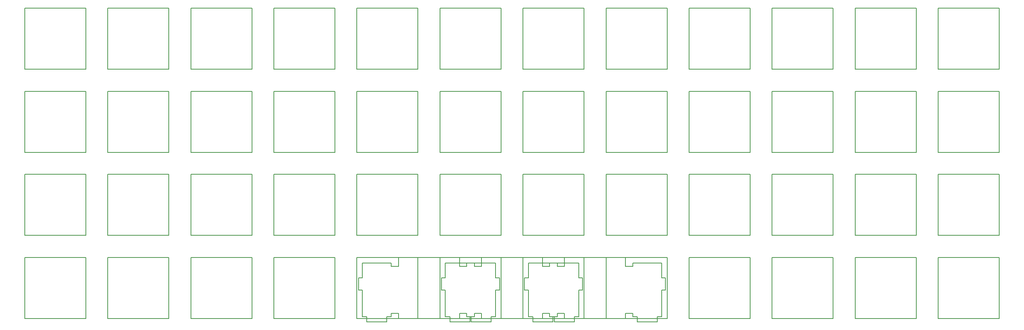
<source format=gbr>
G04 #@! TF.GenerationSoftware,KiCad,Pcbnew,5.0.1*
G04 #@! TF.CreationDate,2018-11-18T19:06:31-02:00*
G04 #@! TF.ProjectId,ortho40,6F7274686F34302E6B696361645F7063,rev?*
G04 #@! TF.SameCoordinates,Original*
G04 #@! TF.FileFunction,Other,ECO2*
%FSLAX46Y46*%
G04 Gerber Fmt 4.6, Leading zero omitted, Abs format (unit mm)*
G04 Created by KiCad (PCBNEW 5.0.1) date Sun 18 Nov 2018 07:06:31 PM -02*
%MOMM*%
%LPD*%
G01*
G04 APERTURE LIST*
%ADD10C,0.152400*%
G04 APERTURE END LIST*
D10*
G04 #@! TO.C,K47*
X150715000Y-124115000D02*
X164685000Y-124115000D01*
X164685000Y-124115000D02*
X164685000Y-138085000D01*
X164685000Y-138085000D02*
X150715000Y-138085000D01*
X150715000Y-138085000D02*
X150715000Y-124115000D01*
G04 #@! TO.C,K310*
X207715000Y-105115000D02*
X221685000Y-105115000D01*
X221685000Y-105115000D02*
X221685000Y-119085000D01*
X221685000Y-119085000D02*
X207715000Y-119085000D01*
X207715000Y-119085000D02*
X207715000Y-105115000D01*
G04 #@! TO.C,K29*
X188715000Y-100085000D02*
X188715000Y-86115000D01*
X202685000Y-100085000D02*
X188715000Y-100085000D01*
X202685000Y-86115000D02*
X202685000Y-100085000D01*
X188715000Y-86115000D02*
X202685000Y-86115000D01*
G04 #@! TO.C,K210*
X207715000Y-100085000D02*
X207715000Y-86115000D01*
X221685000Y-100085000D02*
X207715000Y-100085000D01*
X221685000Y-86115000D02*
X221685000Y-100085000D01*
X207715000Y-86115000D02*
X221685000Y-86115000D01*
G04 #@! TO.C,K112*
X245715000Y-81085000D02*
X245715000Y-67115000D01*
X259685000Y-81085000D02*
X245715000Y-81085000D01*
X259685000Y-67115000D02*
X259685000Y-81085000D01*
X245715000Y-67115000D02*
X259685000Y-67115000D01*
G04 #@! TO.C,K26*
X131715000Y-86115000D02*
X145685000Y-86115000D01*
X145685000Y-86115000D02*
X145685000Y-100085000D01*
X145685000Y-100085000D02*
X131715000Y-100085000D01*
X131715000Y-100085000D02*
X131715000Y-86115000D01*
G04 #@! TO.C,K27*
X150715000Y-86115000D02*
X164685000Y-86115000D01*
X164685000Y-86115000D02*
X164685000Y-100085000D01*
X164685000Y-100085000D02*
X150715000Y-100085000D01*
X150715000Y-100085000D02*
X150715000Y-86115000D01*
G04 #@! TO.C,K13*
X74715000Y-67115000D02*
X88685000Y-67115000D01*
X88685000Y-67115000D02*
X88685000Y-81085000D01*
X88685000Y-81085000D02*
X74715000Y-81085000D01*
X74715000Y-81085000D02*
X74715000Y-67115000D01*
G04 #@! TO.C,K39*
X188715000Y-105115000D02*
X202685000Y-105115000D01*
X202685000Y-105115000D02*
X202685000Y-119085000D01*
X202685000Y-119085000D02*
X188715000Y-119085000D01*
X188715000Y-119085000D02*
X188715000Y-105115000D01*
G04 #@! TO.C,K22*
X55715000Y-86115000D02*
X69685000Y-86115000D01*
X69685000Y-86115000D02*
X69685000Y-100085000D01*
X69685000Y-100085000D02*
X55715000Y-100085000D01*
X55715000Y-100085000D02*
X55715000Y-86115000D01*
G04 #@! TO.C,K11*
X36715000Y-67115000D02*
X50685000Y-67115000D01*
X50685000Y-67115000D02*
X50685000Y-81085000D01*
X50685000Y-81085000D02*
X36715000Y-81085000D01*
X36715000Y-81085000D02*
X36715000Y-67115000D01*
G04 #@! TO.C,K12*
X55715000Y-67115000D02*
X69685000Y-67115000D01*
X69685000Y-67115000D02*
X69685000Y-81085000D01*
X69685000Y-81085000D02*
X55715000Y-81085000D01*
X55715000Y-81085000D02*
X55715000Y-67115000D01*
G04 #@! TO.C,K14*
X93715000Y-67115000D02*
X107685000Y-67115000D01*
X107685000Y-67115000D02*
X107685000Y-81085000D01*
X107685000Y-81085000D02*
X93715000Y-81085000D01*
X93715000Y-81085000D02*
X93715000Y-67115000D01*
G04 #@! TO.C,K15*
X112715000Y-67115000D02*
X126685000Y-67115000D01*
X126685000Y-67115000D02*
X126685000Y-81085000D01*
X126685000Y-81085000D02*
X112715000Y-81085000D01*
X112715000Y-81085000D02*
X112715000Y-67115000D01*
G04 #@! TO.C,K16*
X131715000Y-67115000D02*
X145685000Y-67115000D01*
X145685000Y-67115000D02*
X145685000Y-81085000D01*
X145685000Y-81085000D02*
X131715000Y-81085000D01*
X131715000Y-81085000D02*
X131715000Y-67115000D01*
G04 #@! TO.C,K17*
X150715000Y-81085000D02*
X150715000Y-67115000D01*
X164685000Y-81085000D02*
X150715000Y-81085000D01*
X164685000Y-67115000D02*
X164685000Y-81085000D01*
X150715000Y-67115000D02*
X164685000Y-67115000D01*
G04 #@! TO.C,K18*
X169715000Y-81085000D02*
X169715000Y-67115000D01*
X183685000Y-81085000D02*
X169715000Y-81085000D01*
X183685000Y-67115000D02*
X183685000Y-81085000D01*
X169715000Y-67115000D02*
X183685000Y-67115000D01*
G04 #@! TO.C,K19*
X188715000Y-81085000D02*
X188715000Y-67115000D01*
X202685000Y-81085000D02*
X188715000Y-81085000D01*
X202685000Y-67115000D02*
X202685000Y-81085000D01*
X188715000Y-67115000D02*
X202685000Y-67115000D01*
G04 #@! TO.C,K21*
X36715000Y-86115000D02*
X50685000Y-86115000D01*
X50685000Y-86115000D02*
X50685000Y-100085000D01*
X50685000Y-100085000D02*
X36715000Y-100085000D01*
X36715000Y-100085000D02*
X36715000Y-86115000D01*
G04 #@! TO.C,K23*
X74715000Y-100085000D02*
X74715000Y-86115000D01*
X88685000Y-100085000D02*
X74715000Y-100085000D01*
X88685000Y-86115000D02*
X88685000Y-100085000D01*
X74715000Y-86115000D02*
X88685000Y-86115000D01*
G04 #@! TO.C,K24*
X93715000Y-86115000D02*
X107685000Y-86115000D01*
X107685000Y-86115000D02*
X107685000Y-100085000D01*
X107685000Y-100085000D02*
X93715000Y-100085000D01*
X93715000Y-100085000D02*
X93715000Y-86115000D01*
G04 #@! TO.C,K25*
X112715000Y-100085000D02*
X112715000Y-86115000D01*
X126685000Y-100085000D02*
X112715000Y-100085000D01*
X126685000Y-86115000D02*
X126685000Y-100085000D01*
X112715000Y-86115000D02*
X126685000Y-86115000D01*
G04 #@! TO.C,K28*
X169715000Y-100085000D02*
X169715000Y-86115000D01*
X183685000Y-100085000D02*
X169715000Y-100085000D01*
X183685000Y-86115000D02*
X183685000Y-100085000D01*
X169715000Y-86115000D02*
X183685000Y-86115000D01*
G04 #@! TO.C,K31*
X36715000Y-119085000D02*
X36715000Y-105115000D01*
X50685000Y-119085000D02*
X36715000Y-119085000D01*
X50685000Y-105115000D02*
X50685000Y-119085000D01*
X36715000Y-105115000D02*
X50685000Y-105115000D01*
G04 #@! TO.C,K32*
X55715000Y-119085000D02*
X55715000Y-105115000D01*
X69685000Y-119085000D02*
X55715000Y-119085000D01*
X69685000Y-105115000D02*
X69685000Y-119085000D01*
X55715000Y-105115000D02*
X69685000Y-105115000D01*
G04 #@! TO.C,K33*
X74715000Y-119085000D02*
X74715000Y-105115000D01*
X88685000Y-119085000D02*
X74715000Y-119085000D01*
X88685000Y-105115000D02*
X88685000Y-119085000D01*
X74715000Y-105115000D02*
X88685000Y-105115000D01*
G04 #@! TO.C,K34*
X93715000Y-105115000D02*
X107685000Y-105115000D01*
X107685000Y-105115000D02*
X107685000Y-119085000D01*
X107685000Y-119085000D02*
X93715000Y-119085000D01*
X93715000Y-119085000D02*
X93715000Y-105115000D01*
G04 #@! TO.C,K35*
X112715000Y-119085000D02*
X112715000Y-105115000D01*
X126685000Y-119085000D02*
X112715000Y-119085000D01*
X126685000Y-105115000D02*
X126685000Y-119085000D01*
X112715000Y-105115000D02*
X126685000Y-105115000D01*
G04 #@! TO.C,K36*
X131715000Y-119085000D02*
X131715000Y-105115000D01*
X145685000Y-119085000D02*
X131715000Y-119085000D01*
X145685000Y-105115000D02*
X145685000Y-119085000D01*
X131715000Y-105115000D02*
X145685000Y-105115000D01*
G04 #@! TO.C,K37*
X150715000Y-105115000D02*
X164685000Y-105115000D01*
X164685000Y-105115000D02*
X164685000Y-119085000D01*
X164685000Y-119085000D02*
X150715000Y-119085000D01*
X150715000Y-119085000D02*
X150715000Y-105115000D01*
G04 #@! TO.C,K38*
X169715000Y-105115000D02*
X183685000Y-105115000D01*
X183685000Y-105115000D02*
X183685000Y-119085000D01*
X183685000Y-119085000D02*
X169715000Y-119085000D01*
X169715000Y-119085000D02*
X169715000Y-105115000D01*
G04 #@! TO.C,K41*
X36715000Y-138085000D02*
X36715000Y-124115000D01*
X50685000Y-138085000D02*
X36715000Y-138085000D01*
X50685000Y-124115000D02*
X50685000Y-138085000D01*
X36715000Y-124115000D02*
X50685000Y-124115000D01*
G04 #@! TO.C,K42*
X55715000Y-124115000D02*
X69685000Y-124115000D01*
X69685000Y-124115000D02*
X69685000Y-138085000D01*
X69685000Y-138085000D02*
X55715000Y-138085000D01*
X55715000Y-138085000D02*
X55715000Y-124115000D01*
G04 #@! TO.C,K43*
X74715000Y-124115000D02*
X88685000Y-124115000D01*
X88685000Y-124115000D02*
X88685000Y-138085000D01*
X88685000Y-138085000D02*
X74715000Y-138085000D01*
X74715000Y-138085000D02*
X74715000Y-124115000D01*
G04 #@! TO.C,K44*
X93715000Y-124115000D02*
X107685000Y-124115000D01*
X107685000Y-124115000D02*
X107685000Y-138085000D01*
X107685000Y-138085000D02*
X93715000Y-138085000D01*
X93715000Y-138085000D02*
X93715000Y-124115000D01*
G04 #@! TO.C,K45*
X112715000Y-138085000D02*
X112715000Y-124115000D01*
X126685000Y-138085000D02*
X112715000Y-138085000D01*
X126685000Y-124115000D02*
X126685000Y-138085000D01*
X112715000Y-124115000D02*
X126685000Y-124115000D01*
G04 #@! TO.C,K48*
X169715000Y-138085000D02*
X169715000Y-124115000D01*
X183685000Y-138085000D02*
X169715000Y-138085000D01*
X183685000Y-124115000D02*
X183685000Y-138085000D01*
X169715000Y-124115000D02*
X183685000Y-124115000D01*
G04 #@! TO.C,K49*
X188715000Y-138085000D02*
X188715000Y-124115000D01*
X202685000Y-138085000D02*
X188715000Y-138085000D01*
X202685000Y-124115000D02*
X202685000Y-138085000D01*
X188715000Y-124115000D02*
X202685000Y-124115000D01*
G04 #@! TO.C,K110*
X207715000Y-67115000D02*
X221685000Y-67115000D01*
X221685000Y-67115000D02*
X221685000Y-81085000D01*
X221685000Y-81085000D02*
X207715000Y-81085000D01*
X207715000Y-81085000D02*
X207715000Y-67115000D01*
G04 #@! TO.C,K111*
X226715000Y-67115000D02*
X240685000Y-67115000D01*
X240685000Y-67115000D02*
X240685000Y-81085000D01*
X240685000Y-81085000D02*
X226715000Y-81085000D01*
X226715000Y-81085000D02*
X226715000Y-67115000D01*
G04 #@! TO.C,K211*
X226715000Y-86115000D02*
X240685000Y-86115000D01*
X240685000Y-86115000D02*
X240685000Y-100085000D01*
X240685000Y-100085000D02*
X226715000Y-100085000D01*
X226715000Y-100085000D02*
X226715000Y-86115000D01*
G04 #@! TO.C,K212*
X245715000Y-100085000D02*
X245715000Y-86115000D01*
X259685000Y-100085000D02*
X245715000Y-100085000D01*
X259685000Y-86115000D02*
X259685000Y-100085000D01*
X245715000Y-86115000D02*
X259685000Y-86115000D01*
G04 #@! TO.C,K311*
X226715000Y-105115000D02*
X240685000Y-105115000D01*
X240685000Y-105115000D02*
X240685000Y-119085000D01*
X240685000Y-119085000D02*
X226715000Y-119085000D01*
X226715000Y-119085000D02*
X226715000Y-105115000D01*
G04 #@! TO.C,K312*
X245715000Y-119085000D02*
X245715000Y-105115000D01*
X259685000Y-119085000D02*
X245715000Y-119085000D01*
X259685000Y-105115000D02*
X259685000Y-119085000D01*
X245715000Y-105115000D02*
X259685000Y-105115000D01*
G04 #@! TO.C,K410*
X207715000Y-138085000D02*
X207715000Y-124115000D01*
X221685000Y-138085000D02*
X207715000Y-138085000D01*
X221685000Y-124115000D02*
X221685000Y-138085000D01*
X207715000Y-124115000D02*
X221685000Y-124115000D01*
G04 #@! TO.C,K411*
X226715000Y-138085000D02*
X226715000Y-124115000D01*
X240685000Y-138085000D02*
X226715000Y-138085000D01*
X240685000Y-124115000D02*
X240685000Y-138085000D01*
X226715000Y-124115000D02*
X240685000Y-124115000D01*
G04 #@! TO.C,K412*
X245715000Y-138085000D02*
X245715000Y-124115000D01*
X259685000Y-138085000D02*
X245715000Y-138085000D01*
X259685000Y-124115000D02*
X259685000Y-138085000D01*
X245715000Y-124115000D02*
X259685000Y-124115000D01*
G04 #@! TO.C,K46*
X131715000Y-124115000D02*
X145685000Y-124115000D01*
X145685000Y-124115000D02*
X145685000Y-138085000D01*
X145685000Y-138085000D02*
X131715000Y-138085000D01*
X131715000Y-138085000D02*
X131715000Y-124115000D01*
G04 #@! TO.C,K2U1*
X122215000Y-126223200D02*
X122215000Y-124115000D01*
X120589400Y-126223200D02*
X122215000Y-126223200D01*
X120589400Y-125410400D02*
X120589400Y-126223200D01*
X113934600Y-125410400D02*
X120589400Y-125410400D01*
X113934600Y-128814000D02*
X113934600Y-125410400D01*
X113071000Y-128814000D02*
X113934600Y-128814000D01*
X113071000Y-131608000D02*
X113071000Y-128814000D01*
X113934600Y-131608000D02*
X113071000Y-131608000D01*
X113934600Y-137704000D02*
X113934600Y-131608000D01*
X114976000Y-137704000D02*
X113934600Y-137704000D01*
X114976000Y-138872400D02*
X114976000Y-137704000D01*
X119548000Y-138872400D02*
X114976000Y-138872400D01*
X119548000Y-137704000D02*
X119548000Y-138872400D01*
X120589400Y-137704000D02*
X119548000Y-137704000D01*
X120589400Y-136916600D02*
X120589400Y-137704000D01*
X122215000Y-136916600D02*
X120589400Y-136916600D01*
X122215000Y-138085000D02*
X122215000Y-136916600D01*
X136185000Y-138085000D02*
X122215000Y-138085000D01*
X136185000Y-136916600D02*
X136185000Y-138085000D01*
X137810600Y-136916600D02*
X136185000Y-136916600D01*
X137810600Y-137704000D02*
X137810600Y-136916600D01*
X138852000Y-137704000D02*
X137810600Y-137704000D01*
X138852000Y-138872400D02*
X138852000Y-137704000D01*
X143424000Y-138872400D02*
X138852000Y-138872400D01*
X143424000Y-137704000D02*
X143424000Y-138872400D01*
X144465400Y-137704000D02*
X143424000Y-137704000D01*
X144465400Y-131608000D02*
X144465400Y-137704000D01*
X145329000Y-131608000D02*
X144465400Y-131608000D01*
X145329000Y-128814000D02*
X145329000Y-131608000D01*
X144465400Y-128814000D02*
X145329000Y-128814000D01*
X144465400Y-125410400D02*
X144465400Y-128814000D01*
X137810600Y-125410400D02*
X144465400Y-125410400D01*
X137810600Y-126223200D02*
X137810600Y-125410400D01*
X136185000Y-126223200D02*
X137810600Y-126223200D01*
X136185000Y-124115000D02*
X136185000Y-126223200D01*
X122215000Y-124115000D02*
X136185000Y-124115000D01*
G04 #@! TO.C,K2U2*
X160215000Y-124115000D02*
X174185000Y-124115000D01*
X174185000Y-124115000D02*
X174185000Y-126223200D01*
X174185000Y-126223200D02*
X175810600Y-126223200D01*
X175810600Y-126223200D02*
X175810600Y-125410400D01*
X175810600Y-125410400D02*
X182465400Y-125410400D01*
X182465400Y-125410400D02*
X182465400Y-128814000D01*
X182465400Y-128814000D02*
X183329000Y-128814000D01*
X183329000Y-128814000D02*
X183329000Y-131608000D01*
X183329000Y-131608000D02*
X182465400Y-131608000D01*
X182465400Y-131608000D02*
X182465400Y-137704000D01*
X182465400Y-137704000D02*
X181424000Y-137704000D01*
X181424000Y-137704000D02*
X181424000Y-138872400D01*
X181424000Y-138872400D02*
X176852000Y-138872400D01*
X176852000Y-138872400D02*
X176852000Y-137704000D01*
X176852000Y-137704000D02*
X175810600Y-137704000D01*
X175810600Y-137704000D02*
X175810600Y-136916600D01*
X175810600Y-136916600D02*
X174185000Y-136916600D01*
X174185000Y-136916600D02*
X174185000Y-138085000D01*
X174185000Y-138085000D02*
X160215000Y-138085000D01*
X160215000Y-138085000D02*
X160215000Y-136916600D01*
X160215000Y-136916600D02*
X158589400Y-136916600D01*
X158589400Y-136916600D02*
X158589400Y-137704000D01*
X158589400Y-137704000D02*
X157548000Y-137704000D01*
X157548000Y-137704000D02*
X157548000Y-138872400D01*
X157548000Y-138872400D02*
X152976000Y-138872400D01*
X152976000Y-138872400D02*
X152976000Y-137704000D01*
X152976000Y-137704000D02*
X151934600Y-137704000D01*
X151934600Y-137704000D02*
X151934600Y-131608000D01*
X151934600Y-131608000D02*
X151071000Y-131608000D01*
X151071000Y-131608000D02*
X151071000Y-128814000D01*
X151071000Y-128814000D02*
X151934600Y-128814000D01*
X151934600Y-128814000D02*
X151934600Y-125410400D01*
X151934600Y-125410400D02*
X158589400Y-125410400D01*
X158589400Y-125410400D02*
X158589400Y-126223200D01*
X158589400Y-126223200D02*
X160215000Y-126223200D01*
X160215000Y-126223200D02*
X160215000Y-124115000D01*
G04 #@! TO.C,K2U3*
X141215000Y-124115000D02*
X155185000Y-124115000D01*
X155185000Y-124115000D02*
X155185000Y-126223200D01*
X155185000Y-126223200D02*
X156810600Y-126223200D01*
X156810600Y-126223200D02*
X156810600Y-125410400D01*
X156810600Y-125410400D02*
X163465400Y-125410400D01*
X163465400Y-125410400D02*
X163465400Y-128814000D01*
X163465400Y-128814000D02*
X164329000Y-128814000D01*
X164329000Y-128814000D02*
X164329000Y-131608000D01*
X164329000Y-131608000D02*
X163465400Y-131608000D01*
X163465400Y-131608000D02*
X163465400Y-137704000D01*
X163465400Y-137704000D02*
X162424000Y-137704000D01*
X162424000Y-137704000D02*
X162424000Y-138872400D01*
X162424000Y-138872400D02*
X157852000Y-138872400D01*
X157852000Y-138872400D02*
X157852000Y-137704000D01*
X157852000Y-137704000D02*
X156810600Y-137704000D01*
X156810600Y-137704000D02*
X156810600Y-136916600D01*
X156810600Y-136916600D02*
X155185000Y-136916600D01*
X155185000Y-136916600D02*
X155185000Y-138085000D01*
X155185000Y-138085000D02*
X141215000Y-138085000D01*
X141215000Y-138085000D02*
X141215000Y-136916600D01*
X141215000Y-136916600D02*
X139589400Y-136916600D01*
X139589400Y-136916600D02*
X139589400Y-137704000D01*
X139589400Y-137704000D02*
X138548000Y-137704000D01*
X138548000Y-137704000D02*
X138548000Y-138872400D01*
X138548000Y-138872400D02*
X133976000Y-138872400D01*
X133976000Y-138872400D02*
X133976000Y-137704000D01*
X133976000Y-137704000D02*
X132934600Y-137704000D01*
X132934600Y-137704000D02*
X132934600Y-131608000D01*
X132934600Y-131608000D02*
X132071000Y-131608000D01*
X132071000Y-131608000D02*
X132071000Y-128814000D01*
X132071000Y-128814000D02*
X132934600Y-128814000D01*
X132934600Y-128814000D02*
X132934600Y-125410400D01*
X132934600Y-125410400D02*
X139589400Y-125410400D01*
X139589400Y-125410400D02*
X139589400Y-126223200D01*
X139589400Y-126223200D02*
X141215000Y-126223200D01*
X141215000Y-126223200D02*
X141215000Y-124115000D01*
G04 #@! TD*
M02*

</source>
